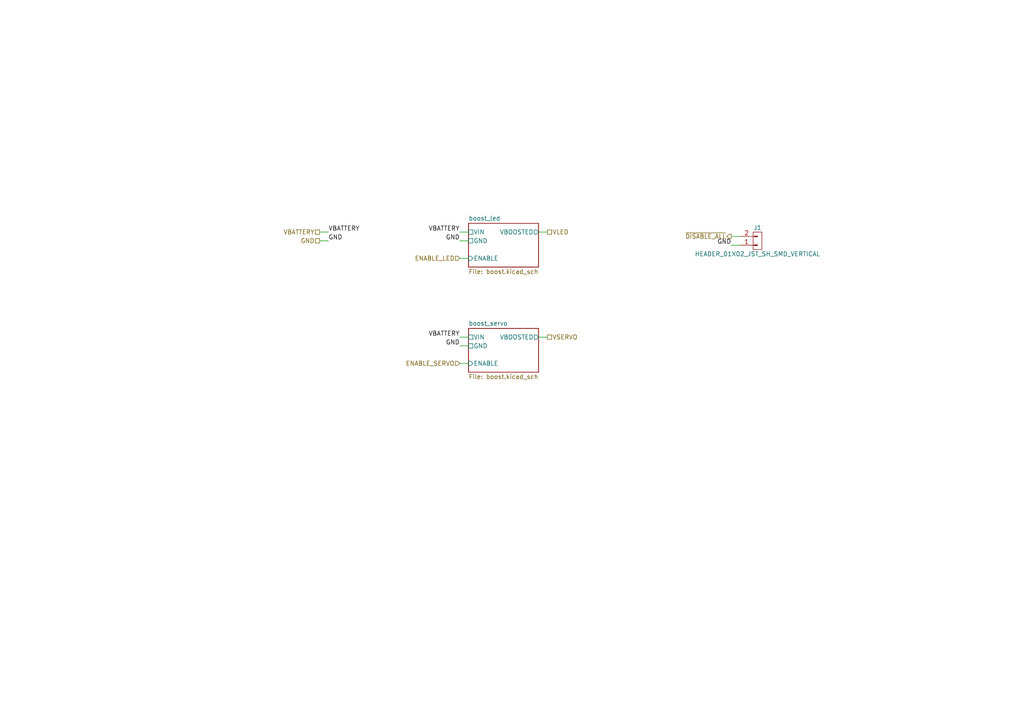
<source format=kicad_sch>
(kicad_sch (version 20211123) (generator eeschema)
  (paper "A4")
  (title_block (title "biym-board-power") (date "2022-11-17") (rev "0.1") (company "Peter Polidoro"))
  (lib_symbols
    (symbol "Janelia:HEADER_01X02_JST_SH_SMD_VERTICAL" (pin_names (offset 1.016) hide)
      (property "Reference" "J" (at 0 2.54 0))
      (property "Value" "HEADER_01X02_JST_SH_SMD_VERTICAL" (at 0 -5.08 0))
      (symbol "HEADER_01X02_JST_SH_SMD_VERTICAL_0_1"
        (rectangle (start -1.27 1.27) (end 1.27 -3.81))
      )
      (symbol "HEADER_01X02_JST_SH_SMD_VERTICAL_1_1"
        (polyline (pts (xy 1.27 -2.54) (xy 0.8636 -2.54)) (stroke (width 0.1524)))
        (polyline (pts (xy 1.27 0) (xy 0.8636 0)) (stroke (width 0.1524)))
        (rectangle (start 0.8636 -2.413) (end 0 -2.667) (stroke (width 0.1524)) (fill (type outline)))
        (rectangle (start 0.8636 0.127) (end 0 -0.127) (stroke (width 0.1524)) (fill (type outline)))
        (pin passive line (at 5.08 0 180) (length 3.81) (name "Pin_1") (number "1"))
        (pin passive line (at 5.08 -2.54 180) (length 3.81) (name "Pin_2") (number "2"))
      )
    )
  )
  (wire (pts (xy 133.35 74.93) (xy 135.89 74.93)))
  (wire (pts (xy 133.35 100.33) (xy 135.89 100.33)))
  (wire (pts (xy 92.71 67.31) (xy 95.25 67.31)))
  (wire (pts (xy 133.35 105.41) (xy 135.89 105.41)))
  (wire (pts (xy 92.71 69.85) (xy 95.25 69.85)))
  (wire (pts (xy 214.63 71.12) (xy 212.09 71.12)))
  (wire (pts (xy 214.63 68.58) (xy 212.09 68.58)))
  (wire (pts (xy 156.21 97.79) (xy 158.75 97.79)))
  (wire (pts (xy 133.35 69.85) (xy 135.89 69.85)))
  (wire (pts (xy 133.35 67.31) (xy 135.89 67.31)))
  (wire (pts (xy 133.35 97.79) (xy 135.89 97.79)))
  (wire (pts (xy 156.21 67.31) (xy 158.75 67.31)))
  (label "VBATTERY" (at 133.35 97.79 180))
  (label "GND" (at 133.35 69.85 180))
  (label "GND" (at 212.09 71.12 180))
  (label "VBATTERY" (at 95.25 67.31 0))
  (label "GND" (at 95.25 69.85 0))
  (label "GND" (at 133.35 100.33 180))
  (label "VBATTERY" (at 133.35 67.31 180))
  (hierarchical_label "ENABLE_SERVO" (shape input) (at 133.35 105.41 180))
  (hierarchical_label "GND" (shape passive) (at 92.71 69.85 180))
  (hierarchical_label "VBATTERY" (shape passive) (at 92.71 67.31 180))
  (hierarchical_label "VLED" (shape passive) (at 158.75 67.31 0))
  (hierarchical_label "ENABLE_LED" (shape input) (at 133.35 74.93 180))
  (hierarchical_label "VSERVO" (shape passive) (at 158.75 97.79 0))
  (hierarchical_label "~{DISABLE_ALL}" (shape output) (at 212.09 68.58 180))
  (symbol (lib_id "Janelia:HEADER_01X02_JST_SH_SMD_VERTICAL") (at 219.71 71.12 180) (unit 1)
    (property "Reference" "J1" (at 219.71 66.04 0))
    (property "Value" "HEADER_01X02_JST_SH_SMD_VERTICAL" (at 219.71 73.66 0))
    (property "Footprint" "Janelia:JST_SH_BM02B-SRSS-TB_1x02-1MP_P1.00mm_Vertical" (effects hide))
    (property "Description" "CONN HEADER SMD 2POS 1MM" (effects hide))
    (property "Manufacturer" "JST Sales America Inc." (effects hide))
    (property "Manufacturer Part Number" "BM02B-SRSS-TB(LF)(SN)" (effects hide))
    (property "Vendor" "Digi-Key" (effects hide))
    (property "Vendor Part Number" "455-1788-1-ND" (effects hide))
  )
  (sheet (at 135.89 95.25) (size 20.32 12.7) (stroke (width 0.1524))
    (property "Sheet name" "boost_servo" (at 135.89 94.5384 0) (effects (justify left bottom)))
    (property "Sheet file" "boost.kicad_sch" (at 135.89 108.5346 0) (effects (justify left top)))
    (pin "VBOOSTED" output (at 156.21 97.79 0))
    (pin "VIN" passive (at 135.89 97.79 180))
    (pin "GND" passive (at 135.89 100.33 180))
    (pin "ENABLE" input (at 135.89 105.41 180))
  )
  (sheet (at 135.89 64.77) (size 20.32 12.7) (stroke (width 0.1524))
    (property "Sheet name" "boost_led" (at 135.89 64.0584 0) (effects (justify left bottom)))
    (property "Sheet file" "boost.kicad_sch" (at 135.89 78.0546 0) (effects (justify left top)))
    (pin "VBOOSTED" output (at 156.21 67.31 0))
    (pin "VIN" passive (at 135.89 67.31 180))
    (pin "GND" passive (at 135.89 69.85 180))
    (pin "ENABLE" input (at 135.89 74.93 180))
  )
)
</source>
